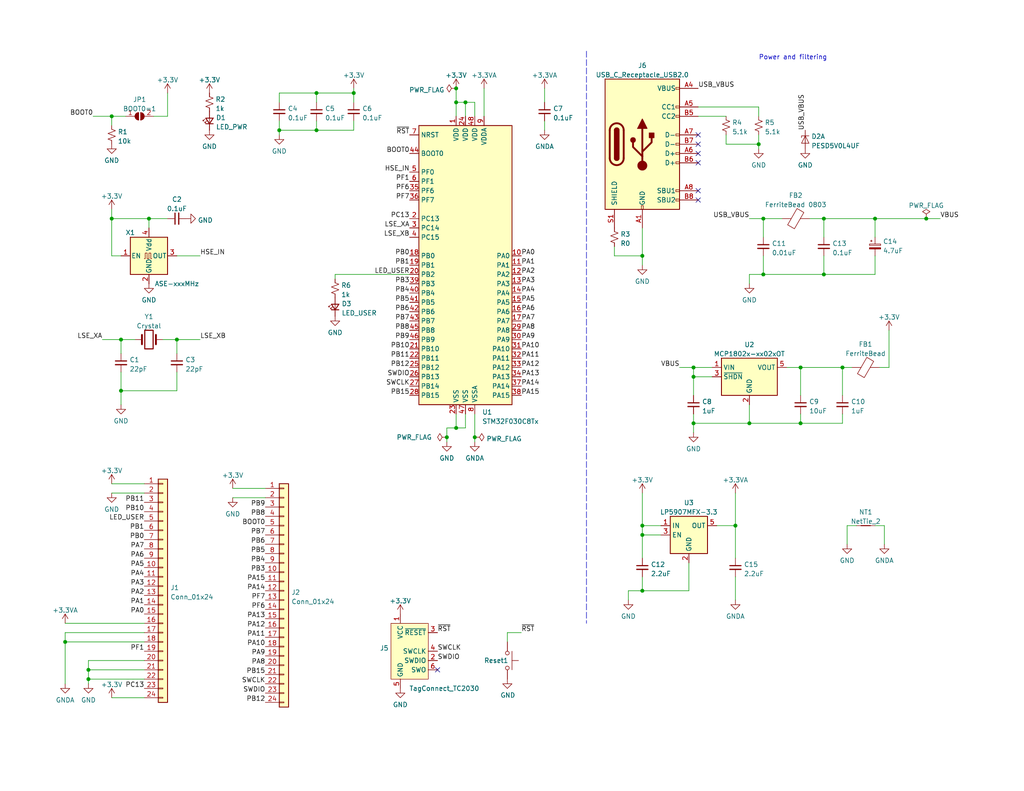
<source format=kicad_sch>
(kicad_sch (version 20211123) (generator eeschema)
  (paper "USLetter")
  (title_block (title "STM32F030") (date "2023-12-26"))
  (lib_symbols
    (symbol "Connector:Conn_ARM_SWD_TagConnect_TC2030" (in_bom no)
      (property "Reference" "J" (at 2.54 11.43 0))
      (property "Value" "Conn_ARM_SWD_TagConnect_TC2030" (at 5.08 8.89 0))
      (symbol "Conn_ARM_SWD_TagConnect_TC2030_0_0"
        (pin power_in line (at -2.54 10.16 270) (length 2.54) (name "VCC") (number "1"))
        (pin bidirectional line (at 7.62 -2.54 180) (length 2.54) (name "SWDIO") (number "2"))
        (pin open_collector line (at 7.62 5.08 180) (length 2.54) (name "~{RESET}") (number "3"))
        (pin output line (at 7.62 0 180) (length 2.54) (name "SWCLK") (number "4"))
        (pin power_in line (at -2.54 -10.16 90) (length 2.54) (name "GND") (number "5"))
        (pin input line (at 7.62 -5.08 180) (length 2.54) (name "SWO") (number "6"))
      )
      (symbol "Conn_ARM_SWD_TagConnect_TC2030_0_1"
        (rectangle (start -5.08 7.62) (end 5.08 -7.62) (fill (type background)))
      )
    )
    (symbol "Connector:USB_C_Receptacle_USB2.0" (pin_names (offset 1.016))
      (property "Reference" "J" (at -10.16 19.05 0))
      (property "Value" "USB_C_Receptacle_USB2.0" (at 19.05 19.05 0))
      (symbol "USB_C_Receptacle_USB2.0_0_0"
        (rectangle (start -0.254 -17.78) (end 0.254 -16.764))
        (rectangle (start 10.16 -14.986) (end 9.144 -15.494))
        (rectangle (start 10.16 -12.446) (end 9.144 -12.954))
        (rectangle (start 10.16 -4.826) (end 9.144 -5.334))
        (rectangle (start 10.16 -2.286) (end 9.144 -2.794))
        (rectangle (start 10.16 0.254) (end 9.144 -0.254))
        (rectangle (start 10.16 2.794) (end 9.144 2.286))
        (rectangle (start 10.16 7.874) (end 9.144 7.366))
        (rectangle (start 10.16 10.414) (end 9.144 9.906))
        (rectangle (start 10.16 15.494) (end 9.144 14.986))
      )
      (symbol "USB_C_Receptacle_USB2.0_0_1"
        (rectangle (start -10.16 17.78) (end 10.16 -17.78) (stroke (width 0.254)) (fill (type background)))
        (arc (start -8.89 -3.81) (mid -6.985 -5.715) (end -5.08 -3.81) (stroke (width 0.508)))
        (arc (start -7.62 -3.81) (mid -6.985 -4.445) (end -6.35 -3.81) (stroke (width 0.254)))
        (arc (start -7.62 -3.81) (mid -6.985 -4.445) (end -6.35 -3.81) (stroke (width 0.254)) (fill (type outline)))
        (rectangle (start -7.62 -3.81) (end -6.35 3.81) (stroke (width 0.254)) (fill (type outline)))
        (arc (start -6.35 3.81) (mid -6.985 4.445) (end -7.62 3.81) (stroke (width 0.254)))
        (arc (start -6.35 3.81) (mid -6.985 4.445) (end -7.62 3.81) (stroke (width 0.254)) (fill (type outline)))
        (arc (start -5.08 3.81) (mid -6.985 5.715) (end -8.89 3.81) (stroke (width 0.508)))
        (circle (center -2.54 1.143) (radius 0.635) (stroke (width 0.254)) (fill (type outline)))
        (circle (center 0 -5.842) (radius 1.27) (fill (type outline)))
        (polyline (pts (xy -8.89 -3.81) (xy -8.89 3.81)) (stroke (width 0.508)))
        (polyline (pts (xy -5.08 3.81) (xy -5.08 -3.81)) (stroke (width 0.508)))
        (polyline (pts (xy 0 -5.842) (xy 0 4.318)) (stroke (width 0.508)))
        (polyline (pts (xy 0 -3.302) (xy -2.54 -0.762) (xy -2.54 0.508)) (stroke (width 0.508)))
        (polyline (pts (xy 0 -2.032) (xy 2.54 0.508) (xy 2.54 1.778)) (stroke (width 0.508)))
        (polyline (pts (xy -1.27 4.318) (xy 0 6.858) (xy 1.27 4.318) (xy -1.27 4.318)) (stroke (width 0.254)) (fill (type outline)))
        (rectangle (start 1.905 1.778) (end 3.175 3.048) (stroke (width 0.254)) (fill (type outline)))
      )
      (symbol "USB_C_Receptacle_USB2.0_1_1"
        (pin passive line (at 0 -22.86 90) (length 5.08) (name "GND") (number "A1"))
        (pin passive line (at 0 -22.86 90) (length 5.08) hide (name "GND") (number "A12"))
        (pin passive line (at 15.24 15.24 180) (length 5.08) (name "VBUS") (number "A4"))
        (pin bidirectional line (at 15.24 10.16 180) (length 5.08) (name "CC1") (number "A5"))
        (pin bidirectional line (at 15.24 -2.54 180) (length 5.08) (name "D+") (number "A6"))
        (pin bidirectional line (at 15.24 2.54 180) (length 5.08) (name "D-") (number "A7"))
        (pin bidirectional line (at 15.24 -12.7 180) (length 5.08) (name "SBU1") (number "A8"))
        (pin passive line (at 15.24 15.24 180) (length 5.08) hide (name "VBUS") (number "A9"))
        (pin passive line (at 0 -22.86 90) (length 5.08) hide (name "GND") (number "B1"))
        (pin passive line (at 0 -22.86 90) (length 5.08) hide (name "GND") (number "B12"))
        (pin passive line (at 15.24 15.24 180) (length 5.08) hide (name "VBUS") (number "B4"))
        (pin bidirectional line (at 15.24 7.62 180) (length 5.08) (name "CC2") (number "B5"))
        (pin bidirectional line (at 15.24 -5.08 180) (length 5.08) (name "D+") (number "B6"))
        (pin bidirectional line (at 15.24 0 180) (length 5.08) (name "D-") (number "B7"))
        (pin bidirectional line (at 15.24 -15.24 180) (length 5.08) (name "SBU2") (number "B8"))
        (pin passive line (at 15.24 15.24 180) (length 5.08) hide (name "VBUS") (number "B9"))
        (pin passive line (at -7.62 -22.86 90) (length 5.08) (name "SHIELD") (number "S1"))
      )
    )
    (symbol "Connector_Generic:Conn_01x24" (pin_names (offset 1.016) hide)
      (property "Reference" "J" (at 0 30.48 0))
      (property "Value" "Conn_01x24" (at 0 -33.02 0))
      (symbol "Conn_01x24_1_1"
        (rectangle (start -1.27 -30.353) (end 0 -30.607) (stroke (width 0.1524)))
        (rectangle (start -1.27 -27.813) (end 0 -28.067) (stroke (width 0.1524)))
        (rectangle (start -1.27 -25.273) (end 0 -25.527) (stroke (width 0.1524)))
        (rectangle (start -1.27 -22.733) (end 0 -22.987) (stroke (width 0.1524)))
        (rectangle (start -1.27 -20.193) (end 0 -20.447) (stroke (width 0.1524)))
        (rectangle (start -1.27 -17.653) (end 0 -17.907) (stroke (width 0.1524)))
        (rectangle (start -1.27 -15.113) (end 0 -15.367) (stroke (width 0.1524)))
        (rectangle (start -1.27 -12.573) (end 0 -12.827) (stroke (width 0.1524)))
        (rectangle (start -1.27 -10.033) (end 0 -10.287) (stroke (width 0.1524)))
        (rectangle (start -1.27 -7.493) (end 0 -7.747) (stroke (width 0.1524)))
        (rectangle (start -1.27 -4.953) (end 0 -5.207) (stroke (width 0.1524)))
        (rectangle (start -1.27 -2.413) (end 0 -2.667) (stroke (width 0.1524)))
        (rectangle (start -1.27 0.127) (end 0 -0.127) (stroke (width 0.1524)))
        (rectangle (start -1.27 2.667) (end 0 2.413) (stroke (width 0.1524)))
        (rectangle (start -1.27 5.207) (end 0 4.953) (stroke (width 0.1524)))
        (rectangle (start -1.27 7.747) (end 0 7.493) (stroke (width 0.1524)))
        (rectangle (start -1.27 10.287) (end 0 10.033) (stroke (width 0.1524)))
        (rectangle (start -1.27 12.827) (end 0 12.573) (stroke (width 0.1524)))
        (rectangle (start -1.27 15.367) (end 0 15.113) (stroke (width 0.1524)))
        (rectangle (start -1.27 17.907) (end 0 17.653) (stroke (width 0.1524)))
        (rectangle (start -1.27 20.447) (end 0 20.193) (stroke (width 0.1524)))
        (rectangle (start -1.27 22.987) (end 0 22.733) (stroke (width 0.1524)))
        (rectangle (start -1.27 25.527) (end 0 25.273) (stroke (width 0.1524)))
        (rectangle (start -1.27 28.067) (end 0 27.813) (stroke (width 0.1524)))
        (rectangle (start -1.27 29.21) (end 1.27 -31.75) (stroke (width 0.254)) (fill (type background)))
        (pin passive line (at -5.08 27.94 0) (length 3.81) (name "Pin_1") (number "1"))
        (pin passive line (at -5.08 5.08 0) (length 3.81) (name "Pin_10") (number "10"))
        (pin passive line (at -5.08 2.54 0) (length 3.81) (name "Pin_11") (number "11"))
        (pin passive line (at -5.08 0 0) (length 3.81) (name "Pin_12") (number "12"))
        (pin passive line (at -5.08 -2.54 0) (length 3.81) (name "Pin_13") (number "13"))
        (pin passive line (at -5.08 -5.08 0) (length 3.81) (name "Pin_14") (number "14"))
        (pin passive line (at -5.08 -7.62 0) (length 3.81) (name "Pin_15") (number "15"))
        (pin passive line (at -5.08 -10.16 0) (length 3.81) (name "Pin_16") (number "16"))
        (pin passive line (at -5.08 -12.7 0) (length 3.81) (name "Pin_17") (number "17"))
        (pin passive line (at -5.08 -15.24 0) (length 3.81) (name "Pin_18") (number "18"))
        (pin passive line (at -5.08 -17.78 0) (length 3.81) (name "Pin_19") (number "19"))
        (pin passive line (at -5.08 25.4 0) (length 3.81) (name "Pin_2") (number "2"))
        (pin passive line (at -5.08 -20.32 0) (length 3.81) (name "Pin_20") (number "20"))
        (pin passive line (at -5.08 -22.86 0) (length 3.81) (name "Pin_21") (number "21"))
        (pin passive line (at -5.08 -25.4 0) (length 3.81) (name "Pin_22") (number "22"))
        (pin passive line (at -5.08 -27.94 0) (length 3.81) (name "Pin_23") (number "23"))
        (pin passive line (at -5.08 -30.48 0) (length 3.81) (name "Pin_24") (number "24"))
        (pin passive line (at -5.08 22.86 0) (length 3.81) (name "Pin_3") (number "3"))
        (pin passive line (at -5.08 20.32 0) (length 3.81) (name "Pin_4") (number "4"))
        (pin passive line (at -5.08 17.78 0) (length 3.81) (name "Pin_5") (number "5"))
        (pin passive line (at -5.08 15.24 0) (length 3.81) (name "Pin_6") (number "6"))
        (pin passive line (at -5.08 12.7 0) (length 3.81) (name "Pin_7") (number "7"))
        (pin passive line (at -5.08 10.16 0) (length 3.81) (name "Pin_8") (number "8"))
        (pin passive line (at -5.08 7.62 0) (length 3.81) (name "Pin_9") (number "9"))
      )
    )
    (symbol "Device:C_Polarized_Small" (pin_numbers hide) (pin_names (offset 0.254) hide)
      (property "Reference" "C" (at 0.254 1.778 0))
      (property "Value" "C_Polarized_Small" (at 0.254 -2.032 0))
      (symbol "C_Polarized_Small_0_1"
        (rectangle (start -1.524 -0.3048) (end 1.524 -0.6858) (fill (type outline)))
        (rectangle (start -1.524 0.6858) (end 1.524 0.3048))
        (polyline (pts (xy -1.27 1.524) (xy -0.762 1.524)))
        (polyline (pts (xy -1.016 1.27) (xy -1.016 1.778)))
      )
      (symbol "C_Polarized_Small_1_1"
        (pin passive line (at 0 2.54 270) (length 1.8542) (name "~") (number "1"))
        (pin passive line (at 0 -2.54 90) (length 1.8542) (name "~") (number "2"))
      )
    )
    (symbol "Device:C_Small" (pin_numbers hide) (pin_names (offset 0.254) hide)
      (property "Reference" "C" (at 0.254 1.778 0))
      (property "Value" "C_Small" (at 0.254 -2.032 0))
      (symbol "C_Small_0_1"
        (polyline (pts (xy -1.524 -0.508) (xy 1.524 -0.508)) (stroke (width 0.3302)))
        (polyline (pts (xy -1.524 0.508) (xy 1.524 0.508)) (stroke (width 0.3048)))
      )
      (symbol "C_Small_1_1"
        (pin passive line (at 0 2.54 270) (length 2.032) (name "~") (number "1"))
        (pin passive line (at 0 -2.54 90) (length 2.032) (name "~") (number "2"))
      )
    )
    (symbol "Device:Crystal" (pin_numbers hide) (pin_names (offset 1.016) hide)
      (property "Reference" "Y" (at 0 3.81 0))
      (property "Value" "Crystal" (at 0 -3.81 0))
      (symbol "Crystal_0_1"
        (rectangle (start -1.143 2.54) (end 1.143 -2.54) (stroke (width 0.3048)))
        (polyline (pts (xy -2.54 0) (xy -1.905 0)))
        (polyline (pts (xy -1.905 -1.27) (xy -1.905 1.27)) (stroke (width 0.508)))
        (polyline (pts (xy 1.905 -1.27) (xy 1.905 1.27)) (stroke (width 0.508)))
        (polyline (pts (xy 2.54 0) (xy 1.905 0)))
      )
      (symbol "Crystal_1_1"
        (pin passive line (at -3.81 0 0) (length 1.27) (name "1") (number "1"))
        (pin passive line (at 3.81 0 180) (length 1.27) (name "2") (number "2"))
      )
    )
    (symbol "Device:FerriteBead" (pin_numbers hide) (pin_names (offset 0))
      (property "Reference" "FB" (at -3.81 0.635 90))
      (property "Value" "FerriteBead" (at 3.81 0 90))
      (symbol "FerriteBead_0_1"
        (polyline (pts (xy 0 -1.27) (xy 0 -1.2192)))
        (polyline (pts (xy 0 1.27) (xy 0 1.2954)))
        (polyline (pts (xy -2.7686 0.4064) (xy -1.7018 2.2606) (xy 2.7686 -0.3048) (xy 1.6764 -2.159) (xy -2.7686 0.4064)))
      )
      (symbol "FerriteBead_1_1"
        (pin passive line (at 0 3.81 270) (length 2.54) (name "~") (number "1"))
        (pin passive line (at 0 -3.81 90) (length 2.54) (name "~") (number "2"))
      )
    )
    (symbol "Device:LED_Small" (pin_numbers hide) (pin_names (offset 0.254) hide)
      (property "Reference" "D" (at -1.27 3.175 0))
      (property "Value" "LED_Small" (at -4.445 -2.54 0))
      (symbol "LED_Small_0_1"
        (polyline (pts (xy -0.762 -1.016) (xy -0.762 1.016)) (stroke (width 0.254)))
        (polyline (pts (xy 1.016 0) (xy -0.762 0)))
        (polyline (pts (xy 0.762 -1.016) (xy -0.762 0) (xy 0.762 1.016) (xy 0.762 -1.016)) (stroke (width 0.254)))
        (polyline (pts (xy 0 0.762) (xy -0.508 1.27) (xy -0.254 1.27) (xy -0.508 1.27) (xy -0.508 1.016)))
        (polyline (pts (xy 0.508 1.27) (xy 0 1.778) (xy 0.254 1.778) (xy 0 1.778) (xy 0 1.524)))
      )
      (symbol "LED_Small_1_1"
        (pin passive line (at -2.54 0 0) (length 1.778) (name "K") (number "1"))
        (pin passive line (at 2.54 0 180) (length 1.778) (name "A") (number "2"))
      )
    )
    (symbol "Device:NetTie_2" (pin_numbers hide) (pin_names (offset 0) hide) (in_bom no)
      (property "Reference" "NT" (at 0 1.27 0))
      (property "Value" "NetTie_2" (at 0 -1.27 0))
      (symbol "NetTie_2_0_1"
        (polyline (pts (xy -1.27 0) (xy 1.27 0)) (stroke (width 0.254)))
      )
      (symbol "NetTie_2_1_1"
        (pin passive line (at -2.54 0 0) (length 2.54) (name "1") (number "1"))
        (pin passive line (at 2.54 0 180) (length 2.54) (name "2") (number "2"))
      )
    )
    (symbol "Device:R_Small_US" (pin_numbers hide) (pin_names (offset 0.254) hide)
      (property "Reference" "R" (at 0.762 0.508 0))
      (property "Value" "R_Small_US" (at 0.762 -1.016 0))
      (symbol "R_Small_US_1_1"
        (polyline (pts (xy 0 0) (xy 1.016 -0.381) (xy 0 -0.762) (xy -1.016 -1.143) (xy 0 -1.524)))
        (polyline (pts (xy 0 1.524) (xy 1.016 1.143) (xy 0 0.762) (xy -1.016 0.381) (xy 0 0)))
        (pin passive line (at 0 2.54 270) (length 1.016) (name "~") (number "1"))
        (pin passive line (at 0 -2.54 90) (length 1.016) (name "~") (number "2"))
      )
    )
    (symbol "Jumper:SolderJumper_2_Open" (pin_names (offset 0) hide)
      (property "Reference" "JP" (at 0 2.032 0))
      (property "Value" "SolderJumper_2_Open" (at 0 -2.54 0))
      (symbol "SolderJumper_2_Open_0_1"
        (arc (start -0.254 1.016) (mid -1.27 0) (end -0.254 -1.016))
        (arc (start -0.254 1.016) (mid -1.27 0) (end -0.254 -1.016) (fill (type outline)))
        (polyline (pts (xy -0.254 1.016) (xy -0.254 -1.016)))
        (polyline (pts (xy 0.254 1.016) (xy 0.254 -1.016)))
        (arc (start 0.254 -1.016) (mid 1.27 0) (end 0.254 1.016))
        (arc (start 0.254 -1.016) (mid 1.27 0) (end 0.254 1.016) (fill (type outline)))
      )
      (symbol "SolderJumper_2_Open_1_1"
        (pin passive line (at -3.81 0 0) (length 2.54) (name "A") (number "1"))
        (pin passive line (at 3.81 0 180) (length 2.54) (name "B") (number "2"))
      )
    )
    (symbol "MCU_ST_STM32F0:STM32F030C8Tx"
      (property "Reference" "U" (at -12.7 39.37 0))
      (property "Value" "STM32F030C8Tx" (at 7.62 39.37 0))
      (symbol "STM32F030C8Tx_0_1"
        (rectangle (start -12.7 -38.1) (end 12.7 38.1) (stroke (width 0.254)) (fill (type background)))
      )
      (symbol "STM32F030C8Tx_1_1"
        (pin power_in line (at -2.54 40.64 270) (length 2.54) (name "VDD") (number "1"))
        (pin bidirectional line (at 15.24 2.54 180) (length 2.54) (name "PA0") (number "10"))
        (pin bidirectional line (at 15.24 0 180) (length 2.54) (name "PA1") (number "11"))
        (pin bidirectional line (at 15.24 -2.54 180) (length 2.54) (name "PA2") (number "12"))
        (pin bidirectional line (at 15.24 -5.08 180) (length 2.54) (name "PA3") (number "13"))
        (pin bidirectional line (at 15.24 -7.62 180) (length 2.54) (name "PA4") (number "14"))
        (pin bidirectional line (at 15.24 -10.16 180) (length 2.54) (name "PA5") (number "15"))
        (pin bidirectional line (at 15.24 -12.7 180) (length 2.54) (name "PA6") (number "16"))
        (pin bidirectional line (at 15.24 -15.24 180) (length 2.54) (name "PA7") (number "17"))
        (pin bidirectional line (at -15.24 2.54 0) (length 2.54) (name "PB0") (number "18"))
        (pin bidirectional line (at -15.24 0 0) (length 2.54) (name "PB1") (number "19"))
        (pin bidirectional line (at -15.24 12.7 0) (length 2.54) (name "PC13") (number "2"))
        (pin bidirectional line (at -15.24 -2.54 0) (length 2.54) (name "PB2") (number "20"))
        (pin bidirectional line (at -15.24 -22.86 0) (length 2.54) (name "PB10") (number "21"))
        (pin bidirectional line (at -15.24 -25.4 0) (length 2.54) (name "PB11") (number "22"))
        (pin power_in line (at -2.54 -40.64 90) (length 2.54) (name "VSS") (number "23"))
        (pin power_in line (at 0 40.64 270) (length 2.54) (name "VDD") (number "24"))
        (pin bidirectional line (at -15.24 -27.94 0) (length 2.54) (name "PB12") (number "25"))
        (pin bidirectional line (at -15.24 -30.48 0) (length 2.54) (name "PB13") (number "26"))
        (pin bidirectional line (at -15.24 -33.02 0) (length 2.54) (name "PB14") (number "27"))
        (pin bidirectional line (at -15.24 -35.56 0) (length 2.54) (name "PB15") (number "28"))
        (pin bidirectional line (at 15.24 -17.78 180) (length 2.54) (name "PA8") (number "29"))
        (pin bidirectional line (at -15.24 10.16 0) (length 2.54) (name "PC14") (number "3"))
        (pin bidirectional line (at 15.24 -20.32 180) (length 2.54) (name "PA9") (number "30"))
        (pin bidirectional line (at 15.24 -22.86 180) (length 2.54) (name "PA10") (number "31"))
        (pin bidirectional line (at 15.24 -25.4 180) (length 2.54) (name "PA11") (number "32"))
        (pin bidirectional line (at 15.24 -27.94 180) (length 2.54) (name "PA12") (number "33"))
        (pin bidirectional line (at 15.24 -30.48 180) (length 2.54) (name "PA13") (number "34"))
        (pin bidirectional line (at -15.24 20.32 0) (length 2.54) (name "PF6") (number "35"))
        (pin bidirectional line (at -15.24 17.78 0) (length 2.54) (name "PF7") (number "36"))
        (pin bidirectional line (at 15.24 -33.02 180) (length 2.54) (name "PA14") (number "37"))
        (pin bidirectional line (at 15.24 -35.56 180) (length 2.54) (name "PA15") (number "38"))
        (pin bidirectional line (at -15.24 -5.08 0) (length 2.54) (name "PB3") (number "39"))
        (pin bidirectional line (at -15.24 7.62 0) (length 2.54) (name "PC15") (number "4"))
        (pin bidirectional line (at -15.24 -7.62 0) (length 2.54) (name "PB4") (number "40"))
        (pin bidirectional line (at -15.24 -10.16 0) (length 2.54) (name "PB5") (number "41"))
        (pin bidirectional line (at -15.24 -12.7 0) (length 2.54) (name "PB6") (number "42"))
        (pin bidirectional line (at -15.24 -15.24 0) (length 2.54) (name "PB7") (number "43"))
        (pin input line (at -15.24 30.48 0) (length 2.54) (name "BOOT0") (number "44"))
        (pin bidirectional line (at -15.24 -17.78 0) (length 2.54) (name "PB8") (number "45"))
        (pin bidirectional line (at -15.24 -20.32 0) (length 2.54) (name "PB9") (number "46"))
        (pin power_in line (at 0 -40.64 90) (length 2.54) (name "VSS") (number "47"))
        (pin power_in line (at 2.54 40.64 270) (length 2.54) (name "VDD") (number "48"))
        (pin input line (at -15.24 25.4 0) (length 2.54) (name "PF0") (number "5"))
        (pin input line (at -15.24 22.86 0) (length 2.54) (name "PF1") (number "6"))
        (pin input line (at -15.24 35.56 0) (length 2.54) (name "NRST") (number "7"))
        (pin power_in line (at 2.54 -40.64 90) (length 2.54) (name "VSSA") (number "8"))
        (pin power_in line (at 5.08 40.64 270) (length 2.54) (name "VDDA") (number "9"))
      )
    )
    (symbol "Oscillator:ASE-xxxMHz" (pin_names (offset 0.254))
      (property "Reference" "X" (at -5.08 6.35 0))
      (property "Value" "ASE-xxxMHz" (at 1.27 -6.35 0))
      (symbol "ASE-xxxMHz_0_1"
        (rectangle (start -5.08 5.08) (end 5.08 -5.08) (stroke (width 0.254)) (fill (type background)))
        (polyline (pts (xy -1.27 -0.762) (xy -1.016 -0.762) (xy -1.016 0.762) (xy -0.508 0.762) (xy -0.508 -0.762) (xy 0 -0.762) (xy 0 0.762) (xy 0.508 0.762) (xy 0.508 -0.762) (xy 0.762 -0.762)))
      )
      (symbol "ASE-xxxMHz_1_1"
        (pin input line (at -7.62 0 0) (length 2.54) (name "EN") (number "1"))
        (pin power_in line (at 0 -7.62 90) (length 2.54) (name "GND") (number "2"))
        (pin output line (at 7.62 0 180) (length 2.54) (name "OUT") (number "3"))
        (pin power_in line (at 0 7.62 270) (length 2.54) (name "Vdd") (number "4"))
      )
    )
    (symbol "Power_Protection:PESD5V0L4UF" (pin_numbers hide) (pin_names hide)
      (property "Reference" "D" (at 0 2.54 0))
      (property "Value" "PESD5V0L4UF" (at 0 -2.54 0))
      (symbol "PESD5V0L4UF_0_1"
        (polyline (pts (xy -1.016 0) (xy 1.016 0)))
        (polyline (pts (xy -1.016 1.016) (xy -1.016 -1.016) (xy -0.508 -1.016)))
        (polyline (pts (xy 1.016 1.016) (xy -1.016 0) (xy 1.016 -1.016) (xy 1.016 1.016)))
      )
      (symbol "PESD5V0L4UF_1_1"
        (pin passive line (at -2.54 0 0) (length 2.54) (name "K1") (number "1"))
        (pin passive line (at 2.54 0 180) (length 2.54) (name "A") (number "2"))
        (pin passive line (at 2.54 0 180) (length 2.54) hide (name "A") (number "5"))
      )
      (symbol "PESD5V0L4UF_2_1"
        (pin passive line (at -2.54 0 0) (length 2.54) (name "K2") (number "3"))
      )
      (symbol "PESD5V0L4UF_3_1"
        (pin passive line (at -2.54 0 0) (length 2.54) (name "K3") (number "4"))
      )
      (symbol "PESD5V0L4UF_4_1"
        (pin passive line (at -2.54 0 0) (length 2.54) (name "K4") (number "6"))
      )
    )
    (symbol "Regulator_Linear:LP5907MFX-3.3"
      (property "Reference" "U" (at -3.81 6.35 0))
      (property "Value" "LP5907MFX-3.3" (at 6.35 6.35 0))
      (symbol "LP5907MFX-3.3_0_1"
        (rectangle (start -5.08 -5.08) (end 5.08 5.08) (stroke (width 0.254)) (fill (type background)))
        (pin power_in line (at -7.62 2.54 0) (length 2.54) (name "IN") (number "1"))
        (pin power_in line (at 0 -7.62 90) (length 2.54) (name "GND") (number "2"))
        (pin input line (at -7.62 0 0) (length 2.54) (name "EN") (number "3"))
        (pin no_connect line (at 5.08 0 180) (length 2.54) hide (name "NC") (number "4"))
        (pin power_out line (at 7.62 2.54 180) (length 2.54) (name "OUT") (number "5"))
      )
    )
    (symbol "Regulator_Linear:MCP1802x-xx02xOT"
      (property "Reference" "U" (at -6.35 6.35 0))
      (property "Value" "MCP1802x-xx02xOT" (at 0 6.35 0))
      (symbol "MCP1802x-xx02xOT_0_1"
        (rectangle (start -7.62 5.08) (end 7.62 -5.08) (stroke (width 0.254)) (fill (type background)))
      )
      (symbol "MCP1802x-xx02xOT_1_1"
        (pin power_in line (at -10.16 2.54 0) (length 2.54) (name "VIN") (number "1"))
        (pin power_in line (at 0 -7.62 90) (length 2.54) (name "GND") (number "2"))
        (pin input line (at -10.16 0 0) (length 2.54) (name "~{SHDN}") (number "3"))
        (pin no_connect line (at 7.62 0 180) (length 2.54) hide (name "NC") (number "4"))
        (pin power_out line (at 10.16 2.54 180) (length 2.54) (name "VOUT") (number "5"))
      )
    )
    (symbol "Switch:SW_Push" (pin_numbers hide) (pin_names (offset 1.016) hide)
      (property "Reference" "SW" (at 1.27 2.54 0))
      (property "Value" "SW_Push" (at 0 -1.524 0))
      (symbol "SW_Push_0_1"
        (circle (center -2.032 0) (radius 0.508))
        (polyline (pts (xy 0 1.27) (xy 0 3.048)))
        (polyline (pts (xy 2.54 1.27) (xy -2.54 1.27)))
        (circle (center 2.032 0) (radius 0.508))
        (pin passive line (at -5.08 0 0) (length 2.54) (name "1") (number "1"))
        (pin passive line (at 5.08 0 180) (length 2.54) (name "2") (number "2"))
      )
    )
    (symbol "power:+3.3V" (power) (pin_names (offset 0))
      (property "Value" "+3.3V" (at 0 3.556 0))
      (symbol "+3.3V_0_1"
        (polyline (pts (xy -0.762 1.27) (xy 0 2.54)))
        (polyline (pts (xy 0 0) (xy 0 2.54)))
        (polyline (pts (xy 0 2.54) (xy 0.762 1.27)))
      )
      (symbol "+3.3V_1_1"
        (pin power_in line (at 0 0 90) (length 0) hide (name "+3.3V") (number "1"))
      )
    )
    (symbol "power:+3.3VA" (power) (pin_names (offset 0))
      (property "Value" "+3.3VA" (at 0 3.556 0))
      (symbol "+3.3VA_0_1"
        (polyline (pts (xy -0.762 1.27) (xy 0 2.54)))
        (polyline (pts (xy 0 0) (xy 0 2.54)))
        (polyline (pts (xy 0 2.54) (xy 0.762 1.27)))
      )
      (symbol "+3.3VA_1_1"
        (pin power_in line (at 0 0 90) (length 0) hide (name "+3.3VA") (number "1"))
      )
    )
    (symbol "power:GND" (power) (pin_names (offset 0))
      (property "Value" "GND" (at 0 -3.81 0))
      (symbol "GND_0_1"
        (polyline (pts (xy 0 0) (xy 0 -1.27) (xy 1.27 -1.27) (xy 0 -2.54) (xy -1.27 -1.27) (xy 0 -1.27)))
      )
      (symbol "GND_1_1"
        (pin power_in line (at 0 0 270) (length 0) hide (name "GND") (number "1"))
      )
    )
    (symbol "power:GNDA" (power) (pin_names (offset 0))
      (property "Value" "GNDA" (at 0 -3.81 0))
      (symbol "GNDA_0_1"
        (polyline (pts (xy 0 0) (xy 0 -1.27) (xy 1.27 -1.27) (xy 0 -2.54) (xy -1.27 -1.27) (xy 0 -1.27)))
      )
      (symbol "GNDA_1_1"
        (pin power_in line (at 0 0 270) (length 0) hide (name "GNDA") (number "1"))
      )
    )
    (symbol "power:PWR_FLAG" (power) (pin_numbers hide) (pin_names (offset 0) hide)
      (property "Value" "PWR_FLAG" (at 0 3.81 0))
      (symbol "PWR_FLAG_0_0"
        (pin power_out line (at 0 0 90) (length 0) (name "pwr") (number "1"))
      )
      (symbol "PWR_FLAG_0_1"
        (polyline (pts (xy 0 0) (xy 0 1.27) (xy -1.016 1.905) (xy 0 2.54) (xy 1.016 1.905) (xy 0 1.27)))
      )
    )
  )
  (junction (at 238.76 59.69))
  (junction (at 40.64 59.69))
  (junction (at 175.26 69.85))
  (junction (at 24.13 185.42))
  (junction (at 48.26 92.71))
  (junction (at 127 27.94))
  (junction (at 189.23 100.33))
  (junction (at 229.87 100.33))
  (junction (at 189.23 102.87))
  (junction (at 86.36 25.4))
  (junction (at 30.48 31.75))
  (junction (at 207.01 39.37))
  (junction (at 208.28 74.93))
  (junction (at 30.48 59.69))
  (junction (at 96.52 25.4))
  (junction (at 218.44 100.33))
  (junction (at 224.79 74.93))
  (junction (at 208.28 59.69))
  (junction (at 175.26 146.05))
  (junction (at 124.46 27.94))
  (junction (at 86.36 35.56))
  (junction (at 121.92 119.38))
  (junction (at 17.78 175.26))
  (junction (at 224.79 59.69))
  (junction (at 189.23 115.57))
  (junction (at 175.26 161.29))
  (junction (at 175.26 143.51))
  (junction (at 24.13 182.88))
  (junction (at 200.66 143.51))
  (junction (at 252.73 59.69))
  (junction (at 33.02 106.68))
  (junction (at 129.54 119.38))
  (junction (at 124.46 116.84))
  (junction (at 76.2 35.56))
  (junction (at 218.44 115.57))
  (junction (at 204.47 115.57))
  (junction (at 33.02 92.71))
  (junction (at 124.46 24.13))
  (no_connect (at 190.5 36.83))
  (no_connect (at 190.5 44.45))
  (no_connect (at 119.38 182.88))
  (no_connect (at 190.5 41.91))
  (no_connect (at 190.5 52.07))
  (no_connect (at 190.5 54.61))
  (no_connect (at 190.5 39.37))
  (wire (pts (xy 148.59 24.13) (xy 148.59 27.94)))
  (wire (pts (xy 175.26 146.05) (xy 175.26 152.4)))
  (wire (pts (xy 96.52 25.4) (xy 96.52 27.94)))
  (wire (pts (xy 33.02 69.85) (xy 30.48 69.85)))
  (wire (pts (xy 48.26 92.71) (xy 54.61 92.71)))
  (wire (pts (xy 185.42 100.33) (xy 189.23 100.33)))
  (wire (pts (xy 25.4 31.75) (xy 30.48 31.75)))
  (wire (pts (xy 91.44 76.2) (xy 91.44 74.93)))
  (wire (pts (xy 207.01 39.37) (xy 207.01 40.64)))
  (wire (pts (xy 231.14 143.51) (xy 233.68 143.51)))
  (wire (pts (xy 45.72 25.4) (xy 45.72 31.75)))
  (polyline (pts (xy 160.02 13.97) (xy 160.02 170.18)))
  (wire (pts (xy 175.26 134.62) (xy 175.26 143.51)))
  (wire (pts (xy 40.64 62.23) (xy 40.64 59.69)))
  (wire (pts (xy 124.46 24.13) (xy 124.46 27.94)))
  (wire (pts (xy 76.2 35.56) (xy 76.2 36.83)))
  (wire (pts (xy 189.23 102.87) (xy 189.23 107.95)))
  (wire (pts (xy 48.26 92.71) (xy 44.45 92.71)))
  (wire (pts (xy 238.76 143.51) (xy 241.3 143.51)))
  (wire (pts (xy 129.54 31.75) (xy 129.54 27.94)))
  (wire (pts (xy 207.01 36.83) (xy 207.01 39.37)))
  (wire (pts (xy 24.13 185.42) (xy 24.13 186.69)))
  (wire (pts (xy 30.48 59.69) (xy 30.48 69.85)))
  (wire (pts (xy 208.28 64.77) (xy 208.28 59.69)))
  (wire (pts (xy 171.45 161.29) (xy 171.45 163.83)))
  (wire (pts (xy 129.54 27.94) (xy 127 27.94)))
  (wire (pts (xy 30.48 57.15) (xy 30.48 59.69)))
  (wire (pts (xy 148.59 33.02) (xy 148.59 35.56)))
  (wire (pts (xy 204.47 59.69) (xy 208.28 59.69)))
  (wire (pts (xy 127 27.94) (xy 127 31.75)))
  (wire (pts (xy 17.78 175.26) (xy 17.78 172.72)))
  (wire (pts (xy 175.26 69.85) (xy 175.26 72.39)))
  (wire (pts (xy 17.78 172.72) (xy 39.37 172.72)))
  (wire (pts (xy 200.66 134.62) (xy 200.66 143.51)))
  (wire (pts (xy 86.36 35.56) (xy 76.2 35.56)))
  (wire (pts (xy 86.36 33.02) (xy 86.36 35.56)))
  (wire (pts (xy 30.48 134.62) (xy 39.37 134.62)))
  (wire (pts (xy 17.78 175.26) (xy 17.78 186.69)))
  (wire (pts (xy 229.87 115.57) (xy 229.87 113.03)))
  (wire (pts (xy 204.47 115.57) (xy 218.44 115.57)))
  (wire (pts (xy 187.96 161.29) (xy 175.26 161.29)))
  (wire (pts (xy 91.44 74.93) (xy 111.76 74.93)))
  (wire (pts (xy 96.52 33.02) (xy 96.52 35.56)))
  (wire (pts (xy 242.57 90.17) (xy 242.57 100.33)))
  (wire (pts (xy 218.44 100.33) (xy 229.87 100.33)))
  (wire (pts (xy 175.26 161.29) (xy 171.45 161.29)))
  (wire (pts (xy 175.26 157.48) (xy 175.26 161.29)))
  (wire (pts (xy 63.5 133.35) (xy 72.39 133.35)))
  (wire (pts (xy 76.2 27.94) (xy 76.2 25.4)))
  (wire (pts (xy 218.44 115.57) (xy 218.44 113.03)))
  (wire (pts (xy 218.44 115.57) (xy 229.87 115.57)))
  (wire (pts (xy 198.12 39.37) (xy 207.01 39.37)))
  (wire (pts (xy 189.23 115.57) (xy 204.47 115.57)))
  (wire (pts (xy 218.44 100.33) (xy 218.44 107.95)))
  (wire (pts (xy 229.87 100.33) (xy 232.41 100.33)))
  (wire (pts (xy 40.64 59.69) (xy 30.48 59.69)))
  (wire (pts (xy 124.46 27.94) (xy 124.46 31.75)))
  (wire (pts (xy 124.46 113.03) (xy 124.46 116.84)))
  (wire (pts (xy 208.28 59.69) (xy 213.36 59.69)))
  (wire (pts (xy 175.26 62.23) (xy 175.26 69.85)))
  (wire (pts (xy 24.13 180.34) (xy 24.13 182.88)))
  (wire (pts (xy 127 27.94) (xy 124.46 27.94)))
  (wire (pts (xy 200.66 143.51) (xy 200.66 152.4)))
  (wire (pts (xy 204.47 74.93) (xy 204.47 77.47)))
  (wire (pts (xy 121.92 120.65) (xy 121.92 119.38)))
  (wire (pts (xy 39.37 185.42) (xy 24.13 185.42)))
  (wire (pts (xy 30.48 31.75) (xy 34.29 31.75)))
  (wire (pts (xy 208.28 74.93) (xy 204.47 74.93)))
  (wire (pts (xy 187.96 153.67) (xy 187.96 161.29)))
  (wire (pts (xy 189.23 100.33) (xy 189.23 102.87)))
  (wire (pts (xy 175.26 69.85) (xy 167.64 69.85)))
  (wire (pts (xy 124.46 116.84) (xy 127 116.84)))
  (wire (pts (xy 231.14 143.51) (xy 231.14 148.59)))
  (wire (pts (xy 33.02 106.68) (xy 33.02 110.49)))
  (wire (pts (xy 198.12 36.83) (xy 198.12 39.37)))
  (wire (pts (xy 24.13 182.88) (xy 24.13 185.42)))
  (wire (pts (xy 30.48 190.5) (xy 39.37 190.5)))
  (wire (pts (xy 96.52 24.13) (xy 96.52 25.4)))
  (wire (pts (xy 238.76 59.69) (xy 252.73 59.69)))
  (wire (pts (xy 138.43 172.72) (xy 142.24 172.72)))
  (wire (pts (xy 86.36 25.4) (xy 86.36 27.94)))
  (wire (pts (xy 190.5 31.75) (xy 198.12 31.75)))
  (wire (pts (xy 27.94 92.71) (xy 33.02 92.71)))
  (wire (pts (xy 127 113.03) (xy 127 116.84)))
  (wire (pts (xy 121.92 119.38) (xy 121.92 116.84)))
  (wire (pts (xy 39.37 182.88) (xy 24.13 182.88)))
  (wire (pts (xy 241.3 148.59) (xy 241.3 143.51)))
  (wire (pts (xy 30.48 132.08) (xy 39.37 132.08)))
  (wire (pts (xy 121.92 116.84) (xy 124.46 116.84)))
  (wire (pts (xy 189.23 115.57) (xy 189.23 118.11)))
  (wire (pts (xy 200.66 157.48) (xy 200.66 163.83)))
  (wire (pts (xy 252.73 59.69) (xy 256.54 59.69)))
  (wire (pts (xy 190.5 29.21) (xy 207.01 29.21)))
  (wire (pts (xy 129.54 119.38) (xy 129.54 120.65)))
  (wire (pts (xy 229.87 100.33) (xy 229.87 107.95)))
  (wire (pts (xy 138.43 172.72) (xy 138.43 175.26)))
  (wire (pts (xy 207.01 29.21) (xy 207.01 31.75)))
  (wire (pts (xy 238.76 69.85) (xy 238.76 74.93)))
  (wire (pts (xy 189.23 113.03) (xy 189.23 115.57)))
  (wire (pts (xy 33.02 106.68) (xy 48.26 106.68)))
  (wire (pts (xy 194.31 102.87) (xy 189.23 102.87)))
  (wire (pts (xy 214.63 100.33) (xy 218.44 100.33)))
  (wire (pts (xy 167.64 69.85) (xy 167.64 67.31)))
  (wire (pts (xy 33.02 101.6) (xy 33.02 106.68)))
  (wire (pts (xy 48.26 96.52) (xy 48.26 92.71)))
  (wire (pts (xy 48.26 69.85) (xy 54.61 69.85)))
  (wire (pts (xy 195.58 143.51) (xy 200.66 143.51)))
  (wire (pts (xy 224.79 59.69) (xy 238.76 59.69)))
  (wire (pts (xy 194.31 100.33) (xy 189.23 100.33)))
  (wire (pts (xy 76.2 33.02) (xy 76.2 35.56)))
  (wire (pts (xy 204.47 110.49) (xy 204.47 115.57)))
  (wire (pts (xy 48.26 106.68) (xy 48.26 101.6)))
  (wire (pts (xy 224.79 64.77) (xy 224.79 59.69)))
  (wire (pts (xy 30.48 31.75) (xy 30.48 34.29)))
  (wire (pts (xy 76.2 25.4) (xy 86.36 25.4)))
  (wire (pts (xy 238.76 74.93) (xy 224.79 74.93)))
  (wire (pts (xy 39.37 180.34) (xy 24.13 180.34)))
  (wire (pts (xy 96.52 35.56) (xy 86.36 35.56)))
  (wire (pts (xy 238.76 59.69) (xy 238.76 64.77)))
  (wire (pts (xy 240.03 100.33) (xy 242.57 100.33)))
  (wire (pts (xy 224.79 74.93) (xy 208.28 74.93)))
  (wire (pts (xy 175.26 143.51) (xy 180.34 143.51)))
  (wire (pts (xy 36.83 92.71) (xy 33.02 92.71)))
  (wire (pts (xy 224.79 59.69) (xy 220.98 59.69)))
  (wire (pts (xy 63.5 135.89) (xy 72.39 135.89)))
  (wire (pts (xy 175.26 143.51) (xy 175.26 146.05)))
  (wire (pts (xy 132.08 24.13) (xy 132.08 31.75)))
  (wire (pts (xy 41.91 31.75) (xy 45.72 31.75)))
  (wire (pts (xy 208.28 69.85) (xy 208.28 74.93)))
  (wire (pts (xy 175.26 146.05) (xy 180.34 146.05)))
  (wire (pts (xy 17.78 170.18) (xy 39.37 170.18)))
  (wire (pts (xy 33.02 92.71) (xy 33.02 96.52)))
  (wire (pts (xy 224.79 69.85) (xy 224.79 74.93)))
  (wire (pts (xy 129.54 113.03) (xy 129.54 119.38)))
  (wire (pts (xy 40.64 59.69) (xy 45.72 59.69)))
  (wire (pts (xy 39.37 175.26) (xy 17.78 175.26)))
  (wire (pts (xy 86.36 25.4) (xy 96.52 25.4)))
  (text "Power and filtering" (at 207.01 16.51 0) (effects (font (size 1.27 1.27)) (justify left bottom)))
  (label "LSE_XA" (at 27.94 92.71 180))
  (label "PA1" (at 39.37 165.1 180))
  (label "PA0" (at 142.24 69.85 0))
  (label "PA11" (at 72.39 173.99 180))
  (label "~{RST}" (at 119.38 172.72 0))
  (label "PB11" (at 39.37 137.16 180))
  (label "PB0" (at 111.76 69.85 180))
  (label "LSE_XA" (at 111.76 62.23 180))
  (label "PA4" (at 142.24 80.01 0))
  (label "SWCLK" (at 72.39 186.69 180))
  (label "LED_USER" (at 39.37 142.24 180))
  (label "PB3" (at 72.39 156.21 180))
  (label "PA9" (at 72.39 179.07 180))
  (label "PC13" (at 111.76 59.69 180))
  (label "BOOT0" (at 111.76 41.91 180))
  (label "PB9" (at 72.39 138.43 180))
  (label "PB8" (at 72.39 140.97 180))
  (label "PA3" (at 39.37 160.02 180))
  (label "PA4" (at 39.37 157.48 180))
  (label "LSE_XB" (at 54.61 92.71 0))
  (label "PA3" (at 142.24 77.47 0))
  (label "PC13" (at 39.37 187.96 180))
  (label "PF7" (at 72.39 163.83 180))
  (label "PB15" (at 72.39 184.15 180))
  (label "SWCLK" (at 111.76 105.41 180))
  (label "PA6" (at 142.24 85.09 0))
  (label "PA2" (at 39.37 162.56 180))
  (label "PA2" (at 142.24 74.93 0))
  (label "SWDIO" (at 119.38 180.34 0))
  (label "PA15" (at 72.39 158.75 180))
  (label "PA11" (at 142.24 97.79 0))
  (label "PA13" (at 72.39 168.91 180))
  (label "PB10" (at 39.37 139.7 180))
  (label "PA13" (at 142.24 102.87 0))
  (label "PF1" (at 39.37 177.8 180))
  (label "PA14" (at 142.24 105.41 0))
  (label "HSE_IN" (at 111.76 46.99 180))
  (label "HSE_IN" (at 54.61 69.85 0))
  (label "VBUS" (at 185.42 100.33 180))
  (label "PB12" (at 111.76 100.33 180))
  (label "VBUS" (at 256.54 59.69 0))
  (label "PF6" (at 111.76 52.07 180))
  (label "BOOT0" (at 25.4 31.75 180))
  (label "PB12" (at 72.39 191.77 180))
  (label "~{RST}" (at 111.76 36.83 180))
  (label "PB1" (at 111.76 72.39 180))
  (label "PA1" (at 142.24 72.39 0))
  (label "PB6" (at 72.39 148.59 180))
  (label "PA15" (at 142.24 107.95 0))
  (label "PB7" (at 111.76 87.63 180))
  (label "LSE_XB" (at 111.76 64.77 180))
  (label "BOOT0" (at 72.39 143.51 180))
  (label "PB5" (at 111.76 82.55 180))
  (label "LED_USER" (at 111.76 74.93 180))
  (label "PB3" (at 111.76 77.47 180))
  (label "PA14" (at 72.39 161.29 180))
  (label "SWCLK" (at 119.38 177.8 0))
  (label "PB8" (at 111.76 90.17 180))
  (label "PB9" (at 111.76 92.71 180))
  (label "SWDIO" (at 111.76 102.87 180))
  (label "PA6" (at 39.37 152.4 180))
  (label "PA5" (at 39.37 154.94 180))
  (label "PB11" (at 111.76 97.79 180))
  (label "PB1" (at 39.37 144.78 180))
  (label "PB4" (at 111.76 80.01 180))
  (label "PB0" (at 39.37 147.32 180))
  (label "PA7" (at 39.37 149.86 180))
  (label "PA10" (at 72.39 176.53 180))
  (label "PA10" (at 142.24 95.25 0))
  (label "PA5" (at 142.24 82.55 0))
  (label "~{RST}" (at 142.24 172.72 0))
  (label "PB10" (at 111.76 95.25 180))
  (label "PB4" (at 72.39 153.67 180))
  (label "PA12" (at 72.39 171.45 180))
  (label "PB15" (at 111.76 107.95 180))
  (label "PB5" (at 72.39 151.13 180))
  (label "PB7" (at 72.39 146.05 180))
  (label "USB_VBUS" (at 219.71 35.56 90))
  (label "PF6" (at 72.39 166.37 180))
  (label "PA9" (at 142.24 92.71 0))
  (label "PA8" (at 142.24 90.17 0))
  (label "PA0" (at 39.37 167.64 180))
  (label "PF1" (at 111.76 49.53 180))
  (label "PB6" (at 111.76 85.09 180))
  (label "USB_VBUS" (at 190.5 24.13 0))
  (label "USB_VBUS" (at 204.47 59.69 180))
  (label "PF7" (at 111.76 54.61 180))
  (label "PA7" (at 142.24 87.63 0))
  (label "PA12" (at 142.24 100.33 0))
  (label "PA8" (at 72.39 181.61 180))
  (label "SWDIO" (at 72.39 189.23 180))
  (symbol (lib_id "power:GND") (at 121.92 120.65 0) (unit 1)
    (property "Reference" "#PWR011" (effects hide))
    (property "Value" "GND" (at 121.92 125.0934 0))
  )
  (symbol (lib_id "Device:R_Small_US") (at 91.44 78.74 0) (unit 1)
    (property "Reference" "R6" (at 93.091 77.9053 0) (effects (justify left)))
    (property "Value" "1k" (at 93.091 80.4422 0) (effects (justify left)))
    (property "Footprint" "Resistor_SMD:R_0603_1608Metric" (effects hide))
  )
  (symbol (lib_id "Device:C_Small") (at 33.02 99.06 0) (unit 1)
    (property "Reference" "C1" (at 35.3441 98.2316 0) (effects (justify left)))
    (property "Value" "22pF" (at 35.3441 100.7685 0) (effects (justify left)))
    (property "Footprint" "Capacitor_SMD:C_0603_1608Metric" (effects hide))
  )
  (symbol (lib_id "Oscillator:ASE-xxxMHz") (at 40.64 69.85 0) (unit 1)
    (property "Reference" "X1" (at 35.56 63.5 0))
    (property "Value" "ASE-xxxMHz" (at 48.26 77.47 0))
    (property "Footprint" "Oscillator:Oscillator_SMD_Abracon_ASE-4Pin_3.2x2.5mm" (effects hide))
    (property "Datasheet" "http://www.abracon.com/Oscillators/ASV.pdf" (effects hide))
  )
  (symbol (lib_id "Device:C_Small") (at 224.79 67.31 0) (unit 1)
    (property "Reference" "C13" (at 227.1141 66.4816 0) (effects (justify left)))
    (property "Value" "0.1uF" (at 227.1141 69.0185 0) (effects (justify left)))
    (property "Footprint" "Capacitor_SMD:C_0805_2012Metric" (effects hide))
  )
  (symbol (lib_id "power:PWR_FLAG") (at 121.92 119.38 90) (unit 1)
    (property "Reference" "#FLG03" (effects hide))
    (property "Value" "PWR_FLAG" (at 113.03 119.38 90))
  )
  (symbol (lib_id "power:GND") (at 189.23 118.11 0) (unit 1)
    (property "Reference" "#PWR019" (effects hide))
    (property "Value" "GND" (at 189.23 122.5534 0))
  )
  (symbol (lib_id "Device:C_Small") (at 175.26 154.94 0) (unit 1)
    (property "Reference" "C12" (at 177.5841 154.1116 0) (effects (justify left)))
    (property "Value" "2.2uF" (at 177.5841 156.6485 0) (effects (justify left)))
    (property "Footprint" "Capacitor_SMD:C_0603_1608Metric" (effects hide))
  )
  (symbol (lib_id "power:+3.3V") (at 30.48 57.15 0) (unit 1)
    (property "Reference" "#PWR02" (effects hide))
    (property "Value" "+3.3V" (at 30.48 53.5742 0))
  )
  (symbol (lib_id "power:GND") (at 76.2 36.83 0) (unit 1)
    (property "Reference" "#PWR09" (effects hide))
    (property "Value" "GND" (at 76.2 41.2734 0))
  )
  (symbol (lib_id "Device:FerriteBead") (at 217.17 59.69 90) (unit 1)
    (property "Reference" "FB2" (at 217.1192 53.3486 90))
    (property "Value" "FerriteBead 0803" (at 217.1192 55.8855 90))
    (property "Footprint" "Inductor_SMD:L_0805_2012Metric" (effects hide))
  )
  (symbol (lib_id "power:GNDA") (at 17.78 186.69 0) (unit 1)
    (property "Reference" "#PWR0102" (effects hide))
    (property "Value" "GNDA" (at 17.78 191.1334 0))
  )
  (symbol (lib_id "Device:FerriteBead") (at 236.22 100.33 90) (unit 1)
    (property "Reference" "FB1" (at 236.1692 93.9886 90))
    (property "Value" "FerriteBead" (at 236.1692 96.5255 90))
    (property "Footprint" "Inductor_SMD:L_0603_1608Metric" (effects hide))
  )
  (symbol (lib_id "power:+3.3VA") (at 132.08 24.13 0) (unit 1)
    (property "Reference" "#PWR016" (effects hide))
    (property "Value" "+3.3VA" (at 132.08 20.5542 0))
  )
  (symbol (lib_id "Connector:USB_C_Receptacle_USB2.0") (at 175.26 39.37 0) (unit 1)
    (property "Reference" "J6" (at 175.26 17.8902 0))
    (property "Value" "USB_C_Receptacle_USB2.0" (at 175.26 20.4271 0))
    (property "Footprint" "Connector_USB:USB_C_Receptacle_GCT_USB4105-xx-A_16P_TopMnt_Horizontal" (effects hide))
    (property "Datasheet" "https://www.usb.org/sites/default/files/documents/usb_type-c.zip" (effects hide))
  )
  (symbol (lib_id "power:+3.3V") (at 96.52 24.13 0) (unit 1)
    (property "Reference" "#PWR010" (effects hide))
    (property "Value" "+3.3V" (at 96.52 20.5542 0))
  )
  (symbol (lib_id "power:+3.3V") (at 45.72 25.4 0) (unit 1)
    (property "Reference" "#PWR04" (effects hide))
    (property "Value" "+3.3V" (at 45.72 21.8242 0))
  )
  (symbol (lib_id "power:GND") (at 219.71 40.64 0) (unit 1)
    (property "Reference" "#PWR024" (effects hide))
    (property "Value" "GND" (at 219.71 45.0834 0))
  )
  (symbol (lib_id "power:GND") (at 50.8 59.69 90) (unit 1)
    (property "Reference" "#PWR08" (effects hide))
    (property "Value" "GND" (at 53.975 60.1238 90) (effects (justify right)))
  )
  (symbol (lib_id "Device:C_Small") (at 76.2 30.48 0) (unit 1)
    (property "Reference" "C4" (at 78.5241 29.6516 0) (effects (justify left)))
    (property "Value" "0.1uF" (at 78.5241 32.1885 0) (effects (justify left)))
    (property "Footprint" "Capacitor_SMD:C_0603_1608Metric" (effects hide))
  )
  (symbol (lib_id "power:GND") (at 231.14 148.59 0) (unit 1)
    (property "Reference" "#PWR026" (effects hide))
    (property "Value" "GND" (at 231.14 153.0334 0))
  )
  (symbol (lib_id "Device:C_Small") (at 189.23 110.49 0) (unit 1)
    (property "Reference" "C8" (at 191.5541 109.6616 0) (effects (justify left)))
    (property "Value" "1uF" (at 191.5541 112.1985 0) (effects (justify left)))
    (property "Footprint" "Capacitor_SMD:C_0603_1608Metric" (effects hide))
  )
  (symbol (lib_id "Jumper:SolderJumper_2_Open") (at 38.1 31.75 0) (unit 1)
    (property "Reference" "JP1" (at 38.1 27.1612 0))
    (property "Value" "BOOT0=1" (at 38.1 29.6981 0))
    (property "Footprint" "Jumper:SolderJumper-2_P1.3mm_Open_TrianglePad1.0x1.5mm" (effects hide))
  )
  (symbol (lib_id "Device:R_Small_US") (at 198.12 34.29 0) (unit 1)
    (property "Reference" "R4" (at 199.771 33.4553 0) (effects (justify left)))
    (property "Value" "5.1k" (at 199.771 35.9922 0) (effects (justify left)))
    (property "Footprint" "Resistor_SMD:R_0603_1608Metric" (effects hide))
  )
  (symbol (lib_id "Regulator_Linear:MCP1802x-xx02xOT") (at 204.47 102.87 0) (unit 1)
    (property "Reference" "U2" (at 204.47 94.0902 0))
    (property "Value" "MCP1802x-xx02xOT" (at 204.47 96.6271 0))
    (property "Footprint" "Package_TO_SOT_SMD:SOT-23-5" (effects hide))
    (property "Datasheet" "http://ww1.microchip.com/downloads/en/DeviceDoc/22053C.pdf" (effects hide))
  )
  (symbol (lib_id "Device:C_Small") (at 200.66 154.94 0) (unit 1)
    (property "Reference" "C15" (at 202.9841 154.1116 0) (effects (justify left)))
    (property "Value" "2.2uF" (at 202.9841 156.6485 0) (effects (justify left)))
    (property "Footprint" "Capacitor_SMD:C_0603_1608Metric" (effects hide))
  )
  (symbol (lib_id "Device:C_Small") (at 48.26 99.06 0) (unit 1)
    (property "Reference" "C3" (at 50.5841 98.2316 0) (effects (justify left)))
    (property "Value" "22pF" (at 50.5841 100.7685 0) (effects (justify left)))
    (property "Footprint" "Capacitor_SMD:C_0603_1608Metric" (effects hide))
  )
  (symbol (lib_id "Device:LED_Small") (at 91.44 83.82 90) (unit 1)
    (property "Reference" "D3" (at 93.218 82.9218 90) (effects (justify right)))
    (property "Value" "LED_USER" (at 93.218 85.4587 90) (effects (justify right)))
    (property "Footprint" "LED_SMD:LED_0603_1608Metric" (effects hide))
  )
  (symbol (lib_id "Device:R_Small_US") (at 30.48 36.83 0) (unit 1)
    (property "Reference" "R1" (at 32.131 35.9953 0) (effects (justify left)))
    (property "Value" "10k" (at 32.131 38.5322 0) (effects (justify left)))
    (property "Footprint" "Resistor_SMD:R_0603_1608Metric" (effects hide))
  )
  (symbol (lib_id "Device:C_Small") (at 208.28 67.31 0) (unit 1)
    (property "Reference" "C11" (at 210.6041 66.4816 0) (effects (justify left)))
    (property "Value" "0.01uF" (at 210.6041 69.0185 0) (effects (justify left)))
    (property "Footprint" "Capacitor_SMD:C_0603_1608Metric" (effects hide))
  )
  (symbol (lib_id "MCU_ST_STM32F0:STM32F030C8Tx") (at 127 72.39 0) (unit 1)
    (property "Reference" "U1" (at 131.5594 112.5204 0) (effects (justify left)))
    (property "Value" "STM32F030C8Tx" (at 131.5594 115.0573 0) (effects (justify left)))
    (property "Footprint" "Package_QFP:LQFP-48_7x7mm_P0.5mm" (effects hide))
    (property "Datasheet" "http://www.st.com/st-web-ui/static/active/en/resource/technical/document/datasheet/DM00088500.pdf" (effects hide))
  )
  (symbol (lib_id "power:GNDA") (at 241.3 148.59 0) (unit 1)
    (property "Reference" "#PWR030" (effects hide))
    (property "Value" "GNDA" (at 241.3 153.0334 0))
  )
  (symbol (lib_id "Device:C_Small") (at 48.26 59.69 90) (unit 1)
    (property "Reference" "C2" (at 48.2663 54.4281 90))
    (property "Value" "0.1uF" (at 48.2663 56.965 90))
    (property "Footprint" "Capacitor_SMD:C_0603_1608Metric" (effects hide))
  )
  (symbol (lib_id "power:+3.3V") (at 30.48 132.08 0) (unit 1)
    (property "Reference" "#PWR0104" (effects hide))
    (property "Value" "+3.3V" (at 30.48 128.5042 0))
  )
  (symbol (lib_id "power:PWR_FLAG") (at 252.73 59.69 0) (unit 1)
    (property "Reference" "#FLG04" (effects hide))
    (property "Value" "PWR_FLAG" (at 252.73 56.1142 0))
  )
  (symbol (lib_id "power:GND") (at 24.13 186.69 0) (unit 1)
    (property "Reference" "#PWR031" (effects hide))
    (property "Value" "GND" (at 24.13 191.1334 0))
  )
  (symbol (lib_id "power:GND") (at 207.01 40.64 0) (unit 1)
    (property "Reference" "#PWR021" (effects hide))
    (property "Value" "GND" (at 207.01 45.0834 0))
  )
  (symbol (lib_id "power:+3.3VA") (at 200.66 134.62 0) (unit 1)
    (property "Reference" "#PWR028" (effects hide))
    (property "Value" "+3.3VA" (at 200.66 131.0442 0))
  )
  (symbol (lib_id "power:GNDA") (at 148.59 35.56 0) (unit 1)
    (property "Reference" "#PWR018" (effects hide))
    (property "Value" "GNDA" (at 148.59 40.0034 0))
  )
  (symbol (lib_id "power:GND") (at 138.43 185.42 0) (unit 1)
    (property "Reference" "#PWR0109" (effects hide))
    (property "Value" "GND" (at 138.557 189.8142 0))
  )
  (symbol (lib_id "Connector:Conn_ARM_SWD_TagConnect_TC2030") (at 111.76 177.8 0) (unit 1) (in_bom no)
    (property "Reference" "J5" (at 106.045 176.9653 0) (effects (justify right)))
    (property "Value" "TagConnect_TC2030" (at 130.81 187.96 0) (effects (justify right)))
    (property "Footprint" "Connector:Tag-Connect_TC2030-IDC-FP_2x03_P1.27mm_Vertical" (effects hide))
    (property "Datasheet" "https://www.tag-connect.com/wp-content/uploads/bsk-pdf-manager/TC2030-CTX_1.pdf" (effects hide))
  )
  (symbol (lib_id "power:+3.3V") (at 109.22 167.64 0) (unit 1)
    (property "Reference" "#PWR013" (effects hide))
    (property "Value" "+3.3V" (at 109.22 164.0642 0))
  )
  (symbol (lib_id "Device:R_Small_US") (at 207.01 34.29 0) (unit 1)
    (property "Reference" "R5" (at 208.661 33.4553 0) (effects (justify left)))
    (property "Value" "5.1k" (at 208.661 35.9922 0) (effects (justify left)))
    (property "Footprint" "Resistor_SMD:R_0603_1608Metric" (effects hide))
  )
  (symbol (lib_id "power:GND") (at 33.02 110.49 0) (unit 1)
    (property "Reference" "#PWR03" (effects hide))
    (property "Value" "GND" (at 33.02 114.9334 0))
  )
  (symbol (lib_id "power:GND") (at 109.22 187.96 0) (unit 1)
    (property "Reference" "#PWR014" (effects hide))
    (property "Value" "GND" (at 109.22 192.4034 0))
  )
  (symbol (lib_id "power:GNDA") (at 129.54 120.65 0) (unit 1)
    (property "Reference" "#PWR015" (effects hide))
    (property "Value" "GNDA" (at 129.54 125.0934 0))
  )
  (symbol (lib_id "power:+3.3V") (at 63.5 133.35 0) (unit 1)
    (property "Reference" "#PWR0106" (effects hide))
    (property "Value" "+3.3V" (at 63.5 129.7742 0))
  )
  (symbol (lib_id "Device:NetTie_2") (at 236.22 143.51 0) (unit 1) (in_bom no)
    (property "Reference" "NT1" (at 236.22 139.8102 0))
    (property "Value" "NetTie_2" (at 236.22 142.3471 0))
    (property "Footprint" "NetTie:NetTie-2_SMD_Pad0.5mm" (effects hide))
  )
  (symbol (lib_id "Device:R_Small_US") (at 57.15 27.94 0) (unit 1)
    (property "Reference" "R2" (at 58.801 27.1053 0) (effects (justify left)))
    (property "Value" "1k" (at 58.801 29.6422 0) (effects (justify left)))
    (property "Footprint" "Resistor_SMD:R_0603_1608Metric" (effects hide))
  )
  (symbol (lib_id "power:+3.3V") (at 242.57 90.17 0) (unit 1)
    (property "Reference" "#PWR023" (effects hide))
    (property "Value" "+3.3V" (at 242.57 86.5942 0))
  )
  (symbol (lib_id "power:GNDA") (at 200.66 163.83 0) (unit 1)
    (property "Reference" "#PWR029" (effects hide))
    (property "Value" "GNDA" (at 200.66 168.2734 0))
  )
  (symbol (lib_id "power:PWR_FLAG") (at 124.46 24.13 90) (unit 1)
    (property "Reference" "#FLG01" (effects hide))
    (property "Value" "PWR_FLAG" (at 121.2851 24.5638 90) (effects (justify left)))
  )
  (symbol (lib_id "Device:R_Small_US") (at 167.64 64.77 0) (unit 1)
    (property "Reference" "R3" (at 169.291 63.9353 0) (effects (justify left)))
    (property "Value" "R0" (at 169.291 66.4722 0) (effects (justify left)))
    (property "Footprint" "Resistor_SMD:R_0603_1608Metric" (effects hide))
  )
  (symbol (lib_id "Device:C_Small") (at 86.36 30.48 0) (unit 1)
    (property "Reference" "C5" (at 88.6841 29.6516 0) (effects (justify left)))
    (property "Value" "0.1uF" (at 88.6841 32.1885 0) (effects (justify left)))
    (property "Footprint" "Capacitor_SMD:C_0603_1608Metric" (effects hide))
  )
  (symbol (lib_id "power:GND") (at 171.45 163.83 0) (unit 1)
    (property "Reference" "#PWR025" (effects hide))
    (property "Value" "GND" (at 171.45 168.2734 0))
  )
  (symbol (lib_id "Device:LED_Small") (at 57.15 33.02 90) (unit 1)
    (property "Reference" "D1" (at 58.928 32.1218 90) (effects (justify right)))
    (property "Value" "LED_PWR" (at 58.928 34.6587 90) (effects (justify right)))
    (property "Footprint" "LED_SMD:LED_0603_1608Metric" (effects hide))
  )
  (symbol (lib_id "power:+3.3VA") (at 148.59 24.13 0) (unit 1)
    (property "Reference" "#PWR017" (effects hide))
    (property "Value" "+3.3VA" (at 148.59 20.5542 0))
  )
  (symbol (lib_id "power:+3.3V") (at 124.46 24.13 0) (unit 1)
    (property "Reference" "#PWR012" (effects hide))
    (property "Value" "+3.3V" (at 124.46 20.5542 0))
  )
  (symbol (lib_id "Device:C_Small") (at 229.87 110.49 0) (unit 1)
    (property "Reference" "C10" (at 232.1941 109.6616 0) (effects (justify left)))
    (property "Value" "1uF" (at 232.1941 112.1985 0) (effects (justify left)))
    (property "Footprint" "Capacitor_SMD:C_0603_1608Metric" (effects hide))
  )
  (symbol (lib_id "power:GND") (at 30.48 134.62 0) (unit 1)
    (property "Reference" "#PWR0105" (effects hide))
    (property "Value" "GND" (at 30.48 139.0634 0))
  )
  (symbol (lib_id "power:+3.3V") (at 57.15 25.4 0) (unit 1)
    (property "Reference" "#PWR06" (effects hide))
    (property "Value" "+3.3V" (at 57.15 21.8242 0))
  )
  (symbol (lib_id "Device:Crystal") (at 40.64 92.71 0) (unit 1)
    (property "Reference" "Y1" (at 40.64 86.4448 0))
    (property "Value" "Crystal" (at 40.64 88.9817 0))
    (property "Footprint" "Crystal:Crystal_SMD_MicroCrystal_CC5V-T1A-2Pin_4.1x1.5mm" (effects hide))
  )
  (symbol (lib_id "power:GND") (at 63.5 135.89 0) (unit 1)
    (property "Reference" "#PWR0107" (effects hide))
    (property "Value" "GND" (at 63.5 140.3334 0))
  )
  (symbol (lib_id "power:PWR_FLAG") (at 129.54 119.38 270) (unit 1)
    (property "Reference" "#FLG02" (effects hide))
    (property "Value" "PWR_FLAG" (at 132.715 119.8138 90) (effects (justify left)))
  )
  (symbol (lib_id "Device:C_Small") (at 96.52 30.48 0) (unit 1)
    (property "Reference" "C6" (at 98.8441 29.6516 0) (effects (justify left)))
    (property "Value" "0.1uF" (at 98.8441 32.1885 0) (effects (justify left)))
    (property "Footprint" "Capacitor_SMD:C_0603_1608Metric" (effects hide))
  )
  (symbol (lib_id "Power_Protection:PESD5V0L4UF") (at 219.71 38.1 270) (unit 1)
    (property "Reference" "D2" (at 221.361 37.2653 90) (effects (justify left)))
    (property "Value" "PESD5V0L4UF" (at 221.361 39.8022 90) (effects (justify left)))
    (property "Footprint" "Package_TO_SOT_SMD:SOT-886" (effects hide))
    (property "Datasheet" "https://assets.nexperia.com/documents/data-sheet/PESDXL4UF_G_W.pdf" (effects hide))
  )
  (symbol (lib_id "Device:C_Small") (at 148.59 30.48 0) (unit 1)
    (property "Reference" "C7" (at 150.9141 29.6516 0) (effects (justify left)))
    (property "Value" "0.1uF" (at 150.9141 32.1885 0) (effects (justify left)))
    (property "Footprint" "Capacitor_SMD:C_0603_1608Metric" (effects hide))
  )
  (symbol (lib_id "Switch:SW_Push") (at 138.43 180.34 270) (unit 1)
    (property "Reference" "Reset1" (at 132.08 180.34 90) (effects (justify left)))
    (property "Value" "SW_Push" (effects hide))
    (property "Footprint" "Button_Switch_SMD:SW_SPST_B3U-1000P-B" (effects hide))
  )
  (symbol (lib_id "power:GND") (at 57.15 35.56 0) (unit 1)
    (property "Reference" "#PWR07" (effects hide))
    (property "Value" "GND" (at 57.15 40.0034 0))
  )
  (symbol (lib_id "Device:C_Polarized_Small") (at 238.76 67.31 0) (unit 1)
    (property "Reference" "C14" (at 240.919 65.9292 0) (effects (justify left)))
    (property "Value" "4.7uF" (at 240.919 68.4661 0) (effects (justify left)))
    (property "Footprint" "Capacitor_SMD:CP_Elec_5x3" (effects hide))
  )
  (symbol (lib_id "power:GND") (at 40.64 77.47 0) (unit 1)
    (property "Reference" "#PWR05" (effects hide))
    (property "Value" "GND" (at 40.64 81.9134 0))
  )
  (symbol (lib_id "Device:C_Small") (at 218.44 110.49 0) (unit 1)
    (property "Reference" "C9" (at 220.7641 109.6616 0) (effects (justify left)))
    (property "Value" "10uF" (at 220.7641 112.1985 0) (effects (justify left)))
    (property "Footprint" "Capacitor_SMD:C_0603_1608Metric" (effects hide))
  )
  (symbol (lib_id "power:GND") (at 175.26 72.39 0) (unit 1)
    (property "Reference" "#PWR020" (effects hide))
    (property "Value" "GND" (at 175.26 76.8334 0))
  )
  (symbol (lib_id "Connector_Generic:Conn_01x24") (at 77.47 161.29 0) (unit 1)
    (property "Reference" "J2" (at 79.502 161.7253 0) (effects (justify left)))
    (property "Value" "Conn_01x24" (at 79.502 164.2622 0) (effects (justify left)))
    (property "Footprint" "Connector_PinHeader_2.54mm:PinHeader_1x24_P2.54mm_Vertical" (effects hide))
  )
  (symbol (lib_id "Regulator_Linear:LP5907MFX-3.3") (at 187.96 146.05 0) (unit 1)
    (property "Reference" "U3" (at 187.96 137.2702 0))
    (property "Value" "LP5907MFX-3.3" (at 187.96 139.8071 0))
    (property "Footprint" "Package_TO_SOT_SMD:SOT-23-5" (effects hide))
    (property "Datasheet" "http://www.ti.com/lit/ds/symlink/lp5907.pdf" (effects hide))
  )
  (symbol (lib_id "power:+3.3V") (at 30.48 190.5 0) (unit 1)
    (property "Reference" "#PWR0103" (effects hide))
    (property "Value" "+3.3V" (at 30.48 186.9242 0))
  )
  (symbol (lib_id "power:GND") (at 91.44 86.36 0) (unit 1)
    (property "Reference" "#PWR0108" (effects hide))
    (property "Value" "GND" (at 91.44 90.8034 0))
  )
  (symbol (lib_id "power:GND") (at 30.48 39.37 0) (unit 1)
    (property "Reference" "#PWR01" (effects hide))
    (property "Value" "GND" (at 30.48 43.8134 0))
  )
  (symbol (lib_id "power:+3.3VA") (at 17.78 170.18 0) (unit 1)
    (property "Reference" "#PWR0101" (effects hide))
    (property "Value" "+3.3VA" (at 17.78 166.6042 0))
  )
  (symbol (lib_id "power:GND") (at 204.47 77.47 0) (unit 1)
    (property "Reference" "#PWR022" (effects hide))
    (property "Value" "GND" (at 204.47 81.9134 0))
  )
  (symbol (lib_id "power:+3.3V") (at 175.26 134.62 0) (unit 1)
    (property "Reference" "#PWR027" (effects hide))
    (property "Value" "+3.3V" (at 175.26 131.0442 0))
  )
  (symbol (lib_id "Connector_Generic:Conn_01x24") (at 44.45 160.02 0) (unit 1)
    (property "Reference" "J1" (at 46.482 160.4553 0) (effects (justify left)))
    (property "Value" "Conn_01x24" (at 46.482 162.9922 0) (effects (justify left)))
    (property "Footprint" "Connector_PinHeader_2.54mm:PinHeader_1x24_P2.54mm_Vertical" (effects hide))
  )
)
</source>
